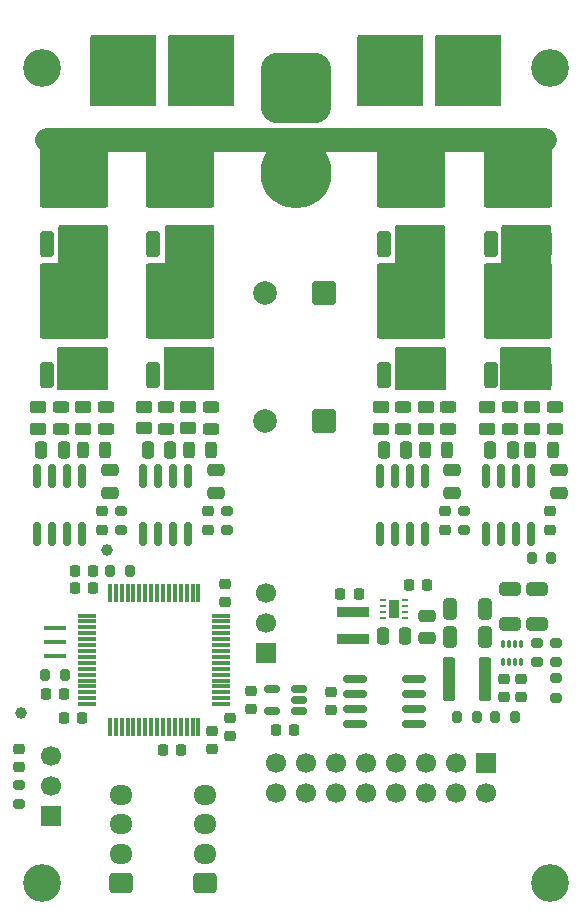
<source format=gbr>
%TF.GenerationSoftware,KiCad,Pcbnew,9.0.4*%
%TF.CreationDate,2025-10-07T20:55:13+07:00*%
%TF.ProjectId,duodrive,64756f64-7269-4766-952e-6b696361645f,rev?*%
%TF.SameCoordinates,Original*%
%TF.FileFunction,Soldermask,Top*%
%TF.FilePolarity,Negative*%
%FSLAX46Y46*%
G04 Gerber Fmt 4.6, Leading zero omitted, Abs format (unit mm)*
G04 Created by KiCad (PCBNEW 9.0.4) date 2025-10-07 20:55:13*
%MOMM*%
%LPD*%
G01*
G04 APERTURE LIST*
G04 Aperture macros list*
%AMRoundRect*
0 Rectangle with rounded corners*
0 $1 Rounding radius*
0 $2 $3 $4 $5 $6 $7 $8 $9 X,Y pos of 4 corners*
0 Add a 4 corners polygon primitive as box body*
4,1,4,$2,$3,$4,$5,$6,$7,$8,$9,$2,$3,0*
0 Add four circle primitives for the rounded corners*
1,1,$1+$1,$2,$3*
1,1,$1+$1,$4,$5*
1,1,$1+$1,$6,$7*
1,1,$1+$1,$8,$9*
0 Add four rect primitives between the rounded corners*
20,1,$1+$1,$2,$3,$4,$5,0*
20,1,$1+$1,$4,$5,$6,$7,0*
20,1,$1+$1,$6,$7,$8,$9,0*
20,1,$1+$1,$8,$9,$2,$3,0*%
G04 Aperture macros list end*
%ADD10C,2.000000*%
%ADD11RoundRect,0.218750X-0.256250X0.218750X-0.256250X-0.218750X0.256250X-0.218750X0.256250X0.218750X0*%
%ADD12RoundRect,0.225000X0.250000X-0.225000X0.250000X0.225000X-0.250000X0.225000X-0.250000X-0.225000X0*%
%ADD13RoundRect,0.225000X-0.250000X0.225000X-0.250000X-0.225000X0.250000X-0.225000X0.250000X0.225000X0*%
%ADD14RoundRect,0.250000X0.350000X-0.850000X0.350000X0.850000X-0.350000X0.850000X-0.350000X-0.850000X0*%
%ADD15RoundRect,0.249997X2.650003X-2.950003X2.650003X2.950003X-2.650003X2.950003X-2.650003X-2.950003X0*%
%ADD16RoundRect,0.150000X-0.150000X0.825000X-0.150000X-0.825000X0.150000X-0.825000X0.150000X0.825000X0*%
%ADD17RoundRect,0.250000X-0.450000X0.262500X-0.450000X-0.262500X0.450000X-0.262500X0.450000X0.262500X0*%
%ADD18C,3.200000*%
%ADD19RoundRect,0.225000X0.225000X0.250000X-0.225000X0.250000X-0.225000X-0.250000X0.225000X-0.250000X0*%
%ADD20RoundRect,0.250000X0.750000X0.750000X-0.750000X0.750000X-0.750000X-0.750000X0.750000X-0.750000X0*%
%ADD21C,2.000000*%
%ADD22RoundRect,0.225000X-0.225000X-0.250000X0.225000X-0.250000X0.225000X0.250000X-0.225000X0.250000X0*%
%ADD23RoundRect,0.250001X0.949999X0.949999X-0.949999X0.949999X-0.949999X-0.949999X0.949999X-0.949999X0*%
%ADD24C,2.400000*%
%ADD25RoundRect,0.250000X0.250000X0.475000X-0.250000X0.475000X-0.250000X-0.475000X0.250000X-0.475000X0*%
%ADD26RoundRect,0.062500X0.187500X0.062500X-0.187500X0.062500X-0.187500X-0.062500X0.187500X-0.062500X0*%
%ADD27R,0.900000X1.600000*%
%ADD28RoundRect,0.243750X0.456250X-0.243750X0.456250X0.243750X-0.456250X0.243750X-0.456250X-0.243750X0*%
%ADD29RoundRect,0.218750X0.256250X-0.218750X0.256250X0.218750X-0.256250X0.218750X-0.256250X-0.218750X0*%
%ADD30RoundRect,0.200000X0.200000X0.275000X-0.200000X0.275000X-0.200000X-0.275000X0.200000X-0.275000X0*%
%ADD31RoundRect,0.250000X0.325000X0.650000X-0.325000X0.650000X-0.325000X-0.650000X0.325000X-0.650000X0*%
%ADD32RoundRect,0.200000X0.275000X-0.200000X0.275000X0.200000X-0.275000X0.200000X-0.275000X-0.200000X0*%
%ADD33RoundRect,0.250000X-0.475000X0.250000X-0.475000X-0.250000X0.475000X-0.250000X0.475000X0.250000X0*%
%ADD34RoundRect,0.250000X0.725000X-0.600000X0.725000X0.600000X-0.725000X0.600000X-0.725000X-0.600000X0*%
%ADD35O,1.950000X1.700000*%
%ADD36R,1.900000X0.400000*%
%ADD37RoundRect,0.150000X-0.825000X-0.150000X0.825000X-0.150000X0.825000X0.150000X-0.825000X0.150000X0*%
%ADD38RoundRect,0.243750X-0.243750X-0.456250X0.243750X-0.456250X0.243750X0.456250X-0.243750X0.456250X0*%
%ADD39RoundRect,0.250000X-0.250000X-0.475000X0.250000X-0.475000X0.250000X0.475000X-0.250000X0.475000X0*%
%ADD40RoundRect,0.200000X-0.275000X0.200000X-0.275000X-0.200000X0.275000X-0.200000X0.275000X0.200000X0*%
%ADD41RoundRect,0.075000X-0.700000X-0.075000X0.700000X-0.075000X0.700000X0.075000X-0.700000X0.075000X0*%
%ADD42RoundRect,0.075000X-0.075000X-0.700000X0.075000X-0.700000X0.075000X0.700000X-0.075000X0.700000X0*%
%ADD43RoundRect,1.500000X-1.500000X1.500000X-1.500000X-1.500000X1.500000X-1.500000X1.500000X1.500000X0*%
%ADD44C,6.000000*%
%ADD45R,1.700000X1.700000*%
%ADD46C,1.700000*%
%ADD47RoundRect,0.200000X-0.200000X-0.275000X0.200000X-0.275000X0.200000X0.275000X-0.200000X0.275000X0*%
%ADD48R,2.800000X0.850000*%
%ADD49RoundRect,0.250000X-0.650000X0.325000X-0.650000X-0.325000X0.650000X-0.325000X0.650000X0.325000X0*%
%ADD50RoundRect,0.050000X-0.100000X0.285000X-0.100000X-0.285000X0.100000X-0.285000X0.100000X0.285000X0*%
%ADD51C,1.000000*%
%ADD52RoundRect,0.250000X0.300000X1.600000X-0.300000X1.600000X-0.300000X-1.600000X0.300000X-1.600000X0*%
%ADD53RoundRect,0.150000X0.512500X0.150000X-0.512500X0.150000X-0.512500X-0.150000X0.512500X-0.150000X0*%
G04 APERTURE END LIST*
D10*
X93400000Y-59100000D02*
X135600000Y-59100000D01*
D11*
%TO.C,D2*%
X107100000Y-90512500D03*
X107100000Y-92087500D03*
%TD*%
D12*
%TO.C,C6*%
X132100000Y-106275000D03*
X132100000Y-104725000D03*
%TD*%
D13*
%TO.C,C12*%
X108900000Y-108025000D03*
X108900000Y-109575000D03*
%TD*%
D14*
%TO.C,Q2*%
X93440000Y-79000000D03*
D15*
X95720000Y-72700000D03*
D14*
X98000000Y-79000000D03*
%TD*%
D16*
%TO.C,U7*%
X134405000Y-87525000D03*
X133135000Y-87525000D03*
X131865000Y-87525000D03*
X130595000Y-87525000D03*
X130595000Y-92475000D03*
X131865000Y-92475000D03*
X133135000Y-92475000D03*
X134405000Y-92475000D03*
%TD*%
D17*
%TO.C,R18*%
X125500000Y-81687500D03*
X125500000Y-83512500D03*
%TD*%
D18*
%TO.C,H3*%
X93000000Y-122000000D03*
%TD*%
D19*
%TO.C,C10*%
X114375000Y-109000000D03*
X112825000Y-109000000D03*
%TD*%
D20*
%TO.C,C1*%
X116867676Y-72000000D03*
D21*
X111867676Y-72000000D03*
%TD*%
D16*
%TO.C,U5*%
X105405000Y-87525000D03*
X104135000Y-87525000D03*
X102865000Y-87525000D03*
X101595000Y-87525000D03*
X101595000Y-92475000D03*
X102865000Y-92475000D03*
X104135000Y-92475000D03*
X105405000Y-92475000D03*
%TD*%
D19*
%TO.C,C21*%
X96400000Y-108000000D03*
X94850000Y-108000000D03*
%TD*%
D18*
%TO.C,H4*%
X136000000Y-122000000D03*
%TD*%
D17*
%TO.C,R19*%
X130700000Y-81687500D03*
X130700000Y-83512500D03*
%TD*%
D12*
%TO.C,C13*%
X117500000Y-107375000D03*
X117500000Y-105825000D03*
%TD*%
D16*
%TO.C,U2*%
X96405000Y-87525000D03*
X95135000Y-87525000D03*
X93865000Y-87525000D03*
X92595000Y-87525000D03*
X92595000Y-92475000D03*
X93865000Y-92475000D03*
X95135000Y-92475000D03*
X96405000Y-92475000D03*
%TD*%
%TO.C,U6*%
X125405000Y-87525000D03*
X124135000Y-87525000D03*
X122865000Y-87525000D03*
X121595000Y-87525000D03*
X121595000Y-92475000D03*
X122865000Y-92475000D03*
X124135000Y-92475000D03*
X125405000Y-92475000D03*
%TD*%
D22*
%TO.C,C5*%
X93325000Y-105950000D03*
X94875000Y-105950000D03*
%TD*%
D23*
%TO.C,J9*%
X104950000Y-51432500D03*
D24*
X101450000Y-51432500D03*
%TD*%
D25*
%TO.C,C7*%
X94850000Y-85312500D03*
X92950000Y-85312500D03*
%TD*%
D19*
%TO.C,C4*%
X97325000Y-97050000D03*
X95775000Y-97050000D03*
%TD*%
D26*
%TO.C,U3*%
X123750000Y-99550002D03*
X123750000Y-99050001D03*
X123750000Y-98550001D03*
X123750000Y-98050000D03*
X121850000Y-98050000D03*
X121850000Y-98550001D03*
X121850000Y-99050001D03*
X121850000Y-99550002D03*
D27*
X122800000Y-98800001D03*
%TD*%
D28*
%TO.C,D14*%
X127400000Y-83537500D03*
X127400000Y-81662500D03*
%TD*%
D29*
%TO.C,D20*%
X91100000Y-112187501D03*
X91100000Y-110612499D03*
%TD*%
D30*
%TO.C,R6*%
X133025000Y-107900000D03*
X131375000Y-107900000D03*
%TD*%
D31*
%TO.C,C28*%
X130475001Y-98800000D03*
X127524999Y-98800000D03*
%TD*%
D32*
%TO.C,R10*%
X128700000Y-92125000D03*
X128700000Y-90475000D03*
%TD*%
D23*
%TO.C,J10*%
X127550000Y-51432500D03*
D24*
X124050000Y-51432500D03*
%TD*%
D33*
%TO.C,C16*%
X107750000Y-87050000D03*
X107750000Y-88950000D03*
%TD*%
D34*
%TO.C,J8*%
X106800000Y-122000000D03*
D35*
X106800000Y-119500000D03*
X106800000Y-117000000D03*
X106800000Y-114500000D03*
%TD*%
D14*
%TO.C,Q7*%
X131000000Y-67900000D03*
D15*
X133280000Y-61600000D03*
D14*
X135560000Y-67900000D03*
%TD*%
D36*
%TO.C,Y1*%
X94100000Y-100400000D03*
X94100000Y-101600000D03*
X94100000Y-102800000D03*
%TD*%
D37*
%TO.C,U9*%
X119525000Y-104695000D03*
X119525000Y-105965000D03*
X119525000Y-107235000D03*
X119525000Y-108505000D03*
X124475000Y-108505000D03*
X124475000Y-107235000D03*
X124475000Y-105965000D03*
X124475000Y-104695000D03*
%TD*%
D38*
%TO.C,D8*%
X96462500Y-85312500D03*
X98337500Y-85312500D03*
%TD*%
D14*
%TO.C,Q4*%
X102440000Y-79000000D03*
D15*
X104720000Y-72700000D03*
D14*
X107000000Y-79000000D03*
%TD*%
D18*
%TO.C,H2*%
X136000000Y-53000000D03*
%TD*%
D25*
%TO.C,C14*%
X132850000Y-85300000D03*
X130950000Y-85300000D03*
%TD*%
D28*
%TO.C,D10*%
X103500000Y-83525000D03*
X103500000Y-81650000D03*
%TD*%
%TO.C,D13*%
X123600000Y-83537500D03*
X123600000Y-81662500D03*
%TD*%
D17*
%TO.C,R15*%
X101600000Y-81675000D03*
X101600000Y-83500000D03*
%TD*%
D28*
%TO.C,D16*%
X136400000Y-83537500D03*
X136400000Y-81662500D03*
%TD*%
D39*
%TO.C,C31*%
X121850001Y-101100000D03*
X123749999Y-101100000D03*
%TD*%
D31*
%TO.C,C20*%
X130475001Y-101200000D03*
X127524999Y-101200000D03*
%TD*%
D40*
%TO.C,R8*%
X91100000Y-113675000D03*
X91100000Y-115325000D03*
%TD*%
D12*
%TO.C,C22*%
X108500000Y-98225000D03*
X108500000Y-96675000D03*
%TD*%
D30*
%TO.C,R4*%
X129825000Y-107900000D03*
X128175000Y-107900000D03*
%TD*%
D17*
%TO.C,R14*%
X96500000Y-81687500D03*
X96500000Y-83512500D03*
%TD*%
D19*
%TO.C,C8*%
X97325000Y-95550000D03*
X95775000Y-95550000D03*
%TD*%
D28*
%TO.C,D15*%
X132600000Y-83537500D03*
X132600000Y-81662500D03*
%TD*%
D17*
%TO.C,R20*%
X134500000Y-81687500D03*
X134500000Y-83512500D03*
%TD*%
D41*
%TO.C,U4*%
X96825000Y-99350000D03*
X96825000Y-99850000D03*
X96825000Y-100350000D03*
X96825000Y-100850000D03*
X96825000Y-101350000D03*
X96825000Y-101850000D03*
X96825000Y-102350000D03*
X96825000Y-102850000D03*
X96825000Y-103350000D03*
X96825000Y-103850000D03*
X96825000Y-104350000D03*
X96825000Y-104850000D03*
X96825000Y-105350000D03*
X96825000Y-105850000D03*
X96825000Y-106350000D03*
X96825000Y-106850000D03*
D42*
X98750000Y-108775000D03*
X99250000Y-108775000D03*
X99750000Y-108775000D03*
X100250000Y-108775000D03*
X100750000Y-108775000D03*
X101250000Y-108775000D03*
X101750000Y-108775000D03*
X102250000Y-108775000D03*
X102750000Y-108775000D03*
X103250000Y-108775000D03*
X103750000Y-108775000D03*
X104250000Y-108775000D03*
X104750000Y-108775000D03*
X105250000Y-108775000D03*
X105750000Y-108775000D03*
X106250000Y-108775000D03*
D41*
X108175000Y-106850000D03*
X108175000Y-106350000D03*
X108175000Y-105850000D03*
X108175000Y-105350000D03*
X108175000Y-104850000D03*
X108175000Y-104350000D03*
X108175000Y-103850000D03*
X108175000Y-103350000D03*
X108175000Y-102850000D03*
X108175000Y-102350000D03*
X108175000Y-101850000D03*
X108175000Y-101350000D03*
X108175000Y-100850000D03*
X108175000Y-100350000D03*
X108175000Y-99850000D03*
X108175000Y-99350000D03*
D42*
X106250000Y-97425000D03*
X105750000Y-97425000D03*
X105250000Y-97425000D03*
X104750000Y-97425000D03*
X104250000Y-97425000D03*
X103750000Y-97425000D03*
X103250000Y-97425000D03*
X102750000Y-97425000D03*
X102250000Y-97425000D03*
X101750000Y-97425000D03*
X101250000Y-97425000D03*
X100750000Y-97425000D03*
X100250000Y-97425000D03*
X99750000Y-97425000D03*
X99250000Y-97425000D03*
X98750000Y-97425000D03*
%TD*%
D25*
%TO.C,C17*%
X123850000Y-85300000D03*
X121950000Y-85300000D03*
%TD*%
D38*
%TO.C,D12*%
X125462500Y-85300000D03*
X127337500Y-85300000D03*
%TD*%
D14*
%TO.C,Q3*%
X102440000Y-67900000D03*
D15*
X104720000Y-61600000D03*
D14*
X107000000Y-67900000D03*
%TD*%
D19*
%TO.C,C41*%
X125600000Y-96800000D03*
X124050000Y-96800000D03*
%TD*%
D20*
%TO.C,C3*%
X116867676Y-82900000D03*
D21*
X111867676Y-82900000D03*
%TD*%
D28*
%TO.C,D6*%
X94600000Y-83537500D03*
X94600000Y-81662500D03*
%TD*%
D11*
%TO.C,D3*%
X127100000Y-90512500D03*
X127100000Y-92087500D03*
%TD*%
D43*
%TO.C,J1*%
X114500000Y-54700000D03*
D44*
X114500000Y-61900000D03*
%TD*%
D25*
%TO.C,C9*%
X103850000Y-85300000D03*
X101950000Y-85300000D03*
%TD*%
D45*
%TO.C,J3*%
X112000000Y-102525000D03*
D46*
X112000000Y-99985000D03*
X112000000Y-97445001D03*
%TD*%
D19*
%TO.C,C42*%
X119825000Y-97500000D03*
X118275000Y-97500000D03*
%TD*%
D33*
%TO.C,C30*%
X136750000Y-87050000D03*
X136750000Y-88950000D03*
%TD*%
D17*
%TO.C,R17*%
X121700000Y-81687500D03*
X121700000Y-83512500D03*
%TD*%
D40*
%TO.C,R12*%
X136500000Y-101650000D03*
X136500000Y-103300000D03*
%TD*%
D47*
%TO.C,R9*%
X134475000Y-94500000D03*
X136125000Y-94500000D03*
%TD*%
D17*
%TO.C,R13*%
X92700000Y-81687500D03*
X92700000Y-83512500D03*
%TD*%
D14*
%TO.C,Q5*%
X122000000Y-67900000D03*
D15*
X124280000Y-61600000D03*
D14*
X126560000Y-67900000D03*
%TD*%
D48*
%TO.C,L2*%
X119300000Y-99025001D03*
X119300000Y-101374999D03*
%TD*%
D13*
%TO.C,C26*%
X110700000Y-105725000D03*
X110700000Y-107275000D03*
%TD*%
D33*
%TO.C,C29*%
X125600000Y-99350001D03*
X125600000Y-101249999D03*
%TD*%
D49*
%TO.C,C27*%
X134900001Y-97124999D03*
X134900001Y-100075001D03*
%TD*%
D50*
%TO.C,U8*%
X133550000Y-101760000D03*
X133050000Y-101760000D03*
X132550000Y-101760000D03*
X132050000Y-101760000D03*
X132050000Y-103240000D03*
X132550000Y-103240000D03*
X133050000Y-103240000D03*
X133550000Y-103240000D03*
%TD*%
D51*
%TO.C,TP1*%
X98500000Y-93800000D03*
%TD*%
D32*
%TO.C,R11*%
X136500000Y-106325000D03*
X136500000Y-104675000D03*
%TD*%
D12*
%TO.C,C25*%
X133600000Y-106275000D03*
X133600000Y-104725000D03*
%TD*%
D49*
%TO.C,C18*%
X132600000Y-97124999D03*
X132600000Y-100075001D03*
%TD*%
D32*
%TO.C,R3*%
X108700000Y-92125000D03*
X108700000Y-90475000D03*
%TD*%
D28*
%TO.C,D7*%
X98400000Y-83537500D03*
X98400000Y-81662500D03*
%TD*%
D11*
%TO.C,D21*%
X136000000Y-90512500D03*
X136000000Y-92087500D03*
%TD*%
D34*
%TO.C,J7*%
X99675000Y-122000000D03*
D35*
X99675000Y-119500000D03*
X99675000Y-117000000D03*
X99675000Y-114500000D03*
%TD*%
D14*
%TO.C,Q8*%
X131000000Y-79000000D03*
D15*
X133280000Y-72700000D03*
D14*
X135560000Y-79000000D03*
%TD*%
D18*
%TO.C,H1*%
X93000000Y-53000000D03*
%TD*%
D52*
%TO.C,L1*%
X130500000Y-104700000D03*
X127500000Y-104700000D03*
%TD*%
D28*
%TO.C,D11*%
X107300000Y-83525000D03*
X107300000Y-81650000D03*
%TD*%
D32*
%TO.C,R1*%
X99700000Y-92125000D03*
X99700000Y-90475000D03*
%TD*%
D14*
%TO.C,Q1*%
X93440000Y-67900000D03*
D15*
X95720000Y-61600000D03*
D14*
X98000000Y-67900000D03*
%TD*%
D38*
%TO.C,D17*%
X134362500Y-85300000D03*
X136237500Y-85300000D03*
%TD*%
D45*
%TO.C,J2*%
X130590001Y-111840000D03*
D46*
X130590001Y-114380000D03*
X128050001Y-111840000D03*
X128050001Y-114380000D03*
X125510002Y-111840000D03*
X125510001Y-114380000D03*
X122970001Y-111840000D03*
X122970001Y-114380000D03*
X120430001Y-111840000D03*
X120430001Y-114380000D03*
X117890001Y-111840000D03*
X117890001Y-114380000D03*
X115350001Y-111840000D03*
X115350001Y-114380000D03*
X112810000Y-111840000D03*
X112810001Y-114380000D03*
%TD*%
D38*
%TO.C,D9*%
X105462500Y-85300000D03*
X107337500Y-85300000D03*
%TD*%
D30*
%TO.C,R5*%
X94925000Y-104400000D03*
X93275000Y-104400000D03*
%TD*%
D45*
%TO.C,JP2*%
X93800000Y-116340000D03*
D46*
X93800000Y-113800000D03*
X93800000Y-111260001D03*
%TD*%
D47*
%TO.C,R2*%
X98775000Y-95550000D03*
X100425000Y-95550000D03*
%TD*%
D17*
%TO.C,R16*%
X105400000Y-81675000D03*
X105400000Y-83500000D03*
%TD*%
D13*
%TO.C,C11*%
X107400000Y-109125000D03*
X107400000Y-110675000D03*
%TD*%
D40*
%TO.C,R7*%
X134900000Y-101650000D03*
X134900000Y-103300000D03*
%TD*%
D53*
%TO.C,U10*%
X114737500Y-107449999D03*
X114737500Y-106500000D03*
X114737500Y-105550001D03*
X112462500Y-105550001D03*
X112462500Y-107449999D03*
%TD*%
D19*
%TO.C,C2*%
X104800000Y-110700000D03*
X103250000Y-110700000D03*
%TD*%
D51*
%TO.C,TP2*%
X91200000Y-107600000D03*
%TD*%
D33*
%TO.C,C15*%
X98750000Y-87050000D03*
X98750000Y-88950000D03*
%TD*%
D11*
%TO.C,D1*%
X98100000Y-90512500D03*
X98100000Y-92087500D03*
%TD*%
D33*
%TO.C,C19*%
X127750000Y-87050000D03*
X127750000Y-88950000D03*
%TD*%
D14*
%TO.C,Q6*%
X122000000Y-79000000D03*
D15*
X124280000Y-72700000D03*
D14*
X126560000Y-79000000D03*
%TD*%
G36*
X98543039Y-66319685D02*
G01*
X98588794Y-66372489D01*
X98600000Y-66424000D01*
X98600000Y-69826000D01*
X98580315Y-69893039D01*
X98527511Y-69938794D01*
X98476000Y-69950000D01*
X94524000Y-69950000D01*
X94456961Y-69930315D01*
X94411206Y-69877511D01*
X94400000Y-69826000D01*
X94400000Y-66424000D01*
X94419685Y-66356961D01*
X94472489Y-66311206D01*
X94524000Y-66300000D01*
X98476000Y-66300000D01*
X98543039Y-66319685D01*
G37*
G36*
X107543039Y-66319685D02*
G01*
X107588794Y-66372489D01*
X107600000Y-66424000D01*
X107600000Y-69826000D01*
X107580315Y-69893039D01*
X107527511Y-69938794D01*
X107476000Y-69950000D01*
X103524000Y-69950000D01*
X103456961Y-69930315D01*
X103411206Y-69877511D01*
X103400000Y-69826000D01*
X103400000Y-66424000D01*
X103419685Y-66356961D01*
X103472489Y-66311206D01*
X103524000Y-66300000D01*
X107476000Y-66300000D01*
X107543039Y-66319685D01*
G37*
G36*
X136043039Y-66319685D02*
G01*
X136088794Y-66372489D01*
X136100000Y-66424000D01*
X136100000Y-69826000D01*
X136080315Y-69893039D01*
X136027511Y-69938794D01*
X135976000Y-69950000D01*
X132024000Y-69950000D01*
X131956961Y-69930315D01*
X131911206Y-69877511D01*
X131900000Y-69826000D01*
X131900000Y-66424000D01*
X131919685Y-66356961D01*
X131972489Y-66311206D01*
X132024000Y-66300000D01*
X135976000Y-66300000D01*
X136043039Y-66319685D01*
G37*
G36*
X127043039Y-66319685D02*
G01*
X127088794Y-66372489D01*
X127100000Y-66424000D01*
X127100000Y-69826000D01*
X127080315Y-69893039D01*
X127027511Y-69938794D01*
X126976000Y-69950000D01*
X123024000Y-69950000D01*
X122956961Y-69930315D01*
X122911206Y-69877511D01*
X122900000Y-69826000D01*
X122900000Y-66424000D01*
X122919685Y-66356961D01*
X122972489Y-66311206D01*
X123024000Y-66300000D01*
X126976000Y-66300000D01*
X127043039Y-66319685D01*
G37*
G36*
X98543039Y-76619685D02*
G01*
X98588794Y-76672489D01*
X98600000Y-76724000D01*
X98600000Y-80126000D01*
X98580315Y-80193039D01*
X98527511Y-80238794D01*
X98476000Y-80250000D01*
X94424000Y-80250000D01*
X94356961Y-80230315D01*
X94311206Y-80177511D01*
X94300000Y-80126000D01*
X94300000Y-76724000D01*
X94319685Y-76656961D01*
X94372489Y-76611206D01*
X94424000Y-76600000D01*
X98476000Y-76600000D01*
X98543039Y-76619685D01*
G37*
G36*
X109243039Y-50217208D02*
G01*
X109288794Y-50270012D01*
X109300000Y-50321523D01*
X109300000Y-56073523D01*
X109280315Y-56140562D01*
X109227511Y-56186317D01*
X109176000Y-56197523D01*
X103824000Y-56197523D01*
X103756961Y-56177838D01*
X103711206Y-56125034D01*
X103700000Y-56073523D01*
X103700000Y-50321523D01*
X103719685Y-50254484D01*
X103772489Y-50208729D01*
X103824000Y-50197523D01*
X109176000Y-50197523D01*
X109243039Y-50217208D01*
G37*
G36*
X131843039Y-50219685D02*
G01*
X131888794Y-50272489D01*
X131900000Y-50324000D01*
X131900000Y-56076000D01*
X131880315Y-56143039D01*
X131827511Y-56188794D01*
X131776000Y-56200000D01*
X126424000Y-56200000D01*
X126356961Y-56180315D01*
X126311206Y-56127511D01*
X126300000Y-56076000D01*
X126300000Y-50324000D01*
X126319685Y-50256961D01*
X126372489Y-50211206D01*
X126424000Y-50200000D01*
X131776000Y-50200000D01*
X131843039Y-50219685D01*
G37*
G36*
X125243039Y-50219685D02*
G01*
X125288794Y-50272489D01*
X125300000Y-50324000D01*
X125300000Y-56076000D01*
X125280315Y-56143039D01*
X125227511Y-56188794D01*
X125176000Y-56200000D01*
X119824000Y-56200000D01*
X119756961Y-56180315D01*
X119711206Y-56127511D01*
X119700000Y-56076000D01*
X119700000Y-50324000D01*
X119719685Y-50256961D01*
X119772489Y-50211206D01*
X119824000Y-50200000D01*
X125176000Y-50200000D01*
X125243039Y-50219685D01*
G37*
G36*
X136043039Y-76619685D02*
G01*
X136088794Y-76672489D01*
X136100000Y-76724000D01*
X136100000Y-80126000D01*
X136080315Y-80193039D01*
X136027511Y-80238794D01*
X135976000Y-80250000D01*
X131924000Y-80250000D01*
X131856961Y-80230315D01*
X131811206Y-80177511D01*
X131800000Y-80126000D01*
X131800000Y-76724000D01*
X131819685Y-76656961D01*
X131872489Y-76611206D01*
X131924000Y-76600000D01*
X135976000Y-76600000D01*
X136043039Y-76619685D01*
G37*
G36*
X102643039Y-50219685D02*
G01*
X102688794Y-50272489D01*
X102700000Y-50324000D01*
X102700000Y-56076000D01*
X102680315Y-56143039D01*
X102627511Y-56188794D01*
X102576000Y-56200000D01*
X97224000Y-56200000D01*
X97156961Y-56180315D01*
X97111206Y-56127511D01*
X97100000Y-56076000D01*
X97100000Y-50324000D01*
X97119685Y-50256961D01*
X97172489Y-50211206D01*
X97224000Y-50200000D01*
X102576000Y-50200000D01*
X102643039Y-50219685D01*
G37*
G36*
X107543039Y-76619685D02*
G01*
X107588794Y-76672489D01*
X107600000Y-76724000D01*
X107600000Y-80126000D01*
X107580315Y-80193039D01*
X107527511Y-80238794D01*
X107476000Y-80250000D01*
X103424000Y-80250000D01*
X103356961Y-80230315D01*
X103311206Y-80177511D01*
X103300000Y-80126000D01*
X103300000Y-76724000D01*
X103319685Y-76656961D01*
X103372489Y-76611206D01*
X103424000Y-76600000D01*
X107476000Y-76600000D01*
X107543039Y-76619685D01*
G37*
G36*
X127143039Y-76619685D02*
G01*
X127188794Y-76672489D01*
X127200000Y-76724000D01*
X127200000Y-80126000D01*
X127180315Y-80193039D01*
X127127511Y-80238794D01*
X127076000Y-80250000D01*
X123024000Y-80250000D01*
X122956961Y-80230315D01*
X122911206Y-80177511D01*
X122900000Y-80126000D01*
X122900000Y-76724000D01*
X122919685Y-76656961D01*
X122972489Y-76611206D01*
X123024000Y-76600000D01*
X127076000Y-76600000D01*
X127143039Y-76619685D01*
G37*
M02*

</source>
